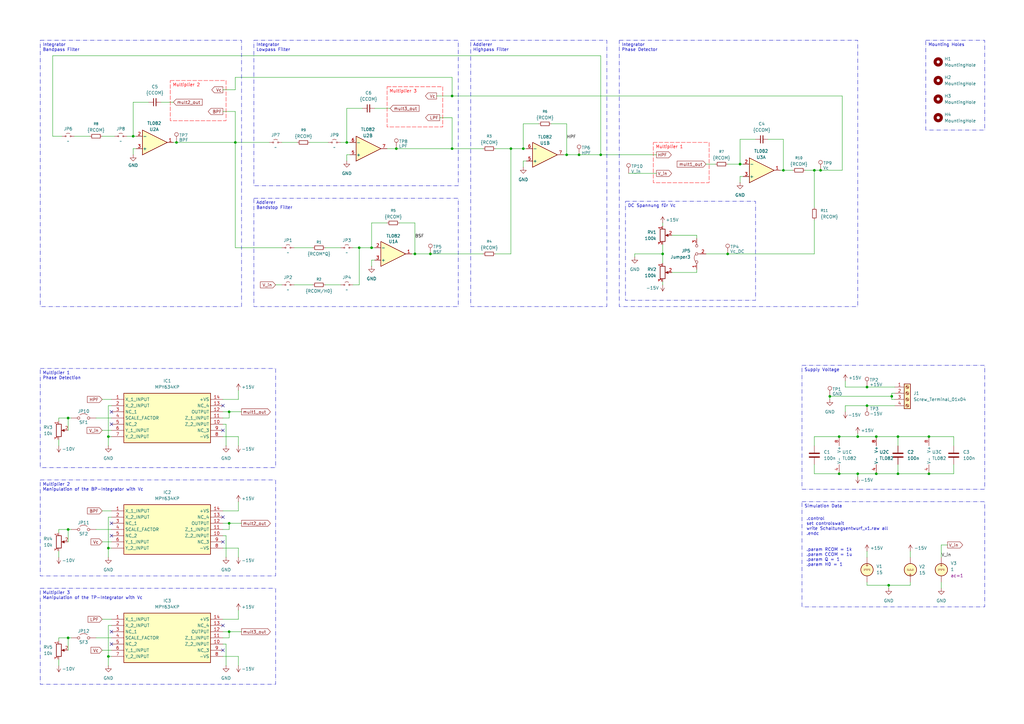
<source format=kicad_sch>
(kicad_sch (version 20250114) (generator "eeschema") (generator_version "9.0")
  (paper "A3")
  (text "*Mehr TP überall/ Jumper\n*Vier DigitalPots für die vier widerstände\n*Überlegungen für ADC und VCO\n*RP muss hinzugefügt werden\n*3.3V Spannuungsversorgung für RP" (at -99.314 185.674 0) (effects (font (size 3 3)) (justify left top)))
  (text ".control\nset controlswait\nwrite Schaltungsentwurf_v1.raw all\n.endc" (at 330.708 215.9 0) (effects (font (size 1.27 1.27)) (justify left)))
  (text ".param RCOM = 1k\n.param CCOM = 1u\n.param Q = 1\n.param H0 = 1\n\n\n\n" (at 330.708 224.79 0) (effects (font (size 1.27 1.27)) (justify left top)))
  (text_box "Supply Voltage" (exclude_from_sim yes) (at 328.93 149.86 0) (size 74.93 50.8) (margins 0.9525 0.9525 0.9525 0.9525) (stroke (width 0) (type dash_dot)) (effects (font (size 1.27 1.27)) (justify left top)))
  (text_box "Multiplier 2\n\n" (at 69.85 33.02 0) (size 22.86 16.51) (margins 0.9525 0.9525 0.9525 0.9525) (stroke (width 0) (type dash) (color 255 0 7 1)) (effects (font (size 1.27 1.27)) (justify left top)))
  (text_box "Multiplier 2\nManipulation of the BP-Integrator with Vc" (exclude_from_sim yes) (at 16.51 196.85 0) (size 96.52 39.37) (margins 0.9525 0.9525 0.9525 0.9525) (stroke (width 0) (type dash_dot)) (effects (font (size 1.27 1.27)) (justify left top)))
  (text_box "Multiplier 1\nPhase Detection" (exclude_from_sim yes) (at 16.51 151.13 0) (size 96.52 40.64) (margins 0.9525 0.9525 0.9525 0.9525) (stroke (width 0) (type dash_dot)) (effects (font (size 1.27 1.27)) (justify left top)))
  (text_box "Mounting Holes" (exclude_from_sim yes) (at 379.73 16.51 0) (size 24.13 36.83) (margins 0.9525 0.9525 0.9525 0.9525) (stroke (width 0) (type dash_dot)) (effects (font (size 1.27 1.27)) (justify left top)))
  (text_box "Multiplier 3\nManipulation of the TP-Integrator with Vc" (exclude_from_sim yes) (at 16.51 241.3 0) (size 96.52 39.37) (margins 0.9525 0.9525 0.9525 0.9525) (stroke (width 0) (type dash_dot)) (effects (font (size 1.27 1.27)) (justify left top)))
  (text_box "Addierer\nHighpass Filter" (exclude_from_sim yes) (at 193.04 16.51 0) (size 55.88 109.22) (margins 0.9525 0.9525 0.9525 0.9525) (stroke (width 0) (type dash_dot)) (effects (font (size 1.27 1.27)) (justify left top)))
  (text_box "Integrator\nBandpass Filter" (exclude_from_sim yes) (at 16.51 16.51 0) (size 82.55 109.22) (margins 0.9525 0.9525 0.9525 0.9525) (stroke (width 0) (type dash_dot)) (effects (font (size 1.27 1.27)) (justify left top)))
  (text_box "DC Spannung für Vc " (exclude_from_sim yes) (at 256.54 82.55 0) (size 53.34 40.64) (margins 0.9525 0.9525 0.9525 0.9525) (stroke (width 0) (type dash_dot)) (effects (font (size 1.27 1.27)) (justify left top)))
  (text_box "Multiplier 3\n\n" (at 158.75 35.56 0) (size 22.86 16.51) (margins 0.9525 0.9525 0.9525 0.9525) (stroke (width 0) (type dash) (color 255 0 7 1)) (effects (font (size 1.27 1.27)) (justify left top)))
  (text_box "Multiplier 1\n" (at 267.97 58.42 0) (size 22.86 16.51) (margins 0.9525 0.9525 0.9525 0.9525) (stroke (width 0) (type dash) (color 255 0 7 1)) (effects (font (size 1.27 1.27)) (justify left top)))
  (text_box "Simulation Data" (exclude_from_sim yes) (at 328.93 205.74 0) (size 74.93 43.18) (margins 0.9525 0.9525 0.9525 0.9525) (stroke (width 0) (type dash_dot)) (effects (font (size 1.27 1.27)) (justify left top)))
  (text_box "Addierer\nBandstop Filter" (exclude_from_sim yes) (at 104.14 81.28 0) (size 83.82 44.45) (margins 0.9525 0.9525 0.9525 0.9525) (stroke (width 0) (type dash_dot)) (effects (font (size 1.27 1.27)) (justify left top)))
  (text_box "Integrator\nLowpass Filter" (exclude_from_sim yes) (at 104.14 16.51 0) (size 83.82 59.69) (margins 0.9525 0.9525 0.9525 0.9525) (stroke (width 0) (type dash_dot)) (effects (font (size 1.27 1.27)) (justify left top)))
  (text_box "Integrator\nPhase Detector" (exclude_from_sim yes) (at 254 16.51 0) (size 97.79 109.22) (margins 0.9525 0.9525 0.9525 0.9525) (stroke (width 0) (type dash_dot)) (effects (font (size 1.27 1.27)) (justify left top)))
  (junction (at 162.56 60.96))
  (junction (at 214.63 60.96))
  (junction (at 351.79 194.31))
  (junction (at 355.6 166.37))
  (junction (at 364.49 240.03))
  (junction (at 27.94 217.17))
  (junction (at 237.49 63.5))
  (junction (at 185.42 60.96))
  (junction (at 142.24 58.42))
  (junction (at 359.41 194.31))
  (junction (at 209.55 60.96))
  (junction (at 344.17 179.07))
  (junction (at 72.39 58.42))
  (junction (at 321.31 69.85))
  (junction (at 54.61 55.88))
  (junction (at 93.98 214.63))
  (junction (at 44.45 269.24))
  (junction (at 334.01 69.85))
  (junction (at 152.4 101.6))
  (junction (at 44.45 179.07))
  (junction (at 355.6 158.75))
  (junction (at 232.41 63.5))
  (junction (at 359.41 179.07))
  (junction (at 381 194.31))
  (junction (at 27.94 261.62))
  (junction (at 246.38 63.5))
  (junction (at 271.78 104.14))
  (junction (at 93.98 168.91))
  (junction (at 351.79 179.07))
  (junction (at 96.52 58.42))
  (junction (at 27.94 171.45))
  (junction (at 340.36 162.56))
  (junction (at 336.55 69.85))
  (junction (at 381 179.07))
  (junction (at 185.42 39.37))
  (junction (at 368.3 179.07))
  (junction (at 365.76 162.56))
  (junction (at 368.3 194.31))
  (junction (at 147.32 101.6))
  (junction (at 298.45 104.14))
  (junction (at 303.53 67.31))
  (junction (at 344.17 194.31))
  (junction (at 170.18 104.14))
  (junction (at 93.98 259.08))
  (junction (at 44.45 224.79))
  (junction (at 176.53 104.14))
  (no_connect (at 45.72 259.08))
  (no_connect (at 91.44 256.54))
  (no_connect (at 91.44 266.7))
  (no_connect (at 45.72 173.99))
  (no_connect (at 45.72 264.16))
  (no_connect (at 91.44 222.25))
  (no_connect (at 45.72 219.71))
  (no_connect (at 91.44 176.53))
  (no_connect (at 45.72 168.91))
  (no_connect (at 91.44 166.37))
  (no_connect (at 91.44 212.09))
  (no_connect (at 45.72 214.63))
  (wire (pts (xy 91.44 219.71) (xy 92.71 219.71)))
  (wire (pts (xy 170.18 104.14) (xy 170.18 91.44)))
  (wire (pts (xy 214.63 60.96) (xy 215.9 60.96)))
  (wire (pts (xy 30.48 55.88) (xy 36.83 55.88)))
  (wire (pts (xy 334.01 179.07) (xy 334.01 182.88)))
  (wire (pts (xy 144.78 116.84) (xy 147.32 116.84)))
  (wire (pts (xy 41.91 254) (xy 45.72 254)))
  (wire (pts (xy 271.78 92.71) (xy 271.78 91.44)))
  (wire (pts (xy 144.78 101.6) (xy 147.32 101.6)))
  (wire (pts (xy 27.94 217.17) (xy 24.13 217.17)))
  (wire (pts (xy 345.44 69.85) (xy 336.55 69.85)))
  (wire (pts (xy 147.32 116.84) (xy 147.32 101.6)))
  (wire (pts (xy 127 58.42) (xy 134.62 58.42)))
  (wire (pts (xy 27.94 171.45) (xy 27.94 176.53)))
  (wire (pts (xy 330.2 69.85) (xy 334.01 69.85)))
  (wire (pts (xy 365.76 162.56) (xy 340.36 162.56)))
  (wire (pts (xy 364.49 241.3) (xy 364.49 240.03)))
  (wire (pts (xy 96.52 101.6) (xy 96.52 58.42)))
  (wire (pts (xy 24.13 218.44) (xy 24.13 217.17)))
  (wire (pts (xy 364.49 240.03) (xy 355.6 240.03)))
  (wire (pts (xy 367.03 161.29) (xy 365.76 161.29)))
  (wire (pts (xy 346.71 158.75) (xy 355.6 158.75)))
  (wire (pts (xy 24.13 262.89) (xy 24.13 261.62)))
  (wire (pts (xy 91.44 259.08) (xy 93.98 259.08)))
  (wire (pts (xy 152.4 106.68) (xy 152.4 109.22)))
  (wire (pts (xy 345.44 39.37) (xy 345.44 69.85)))
  (wire (pts (xy 321.31 57.15) (xy 321.31 69.85)))
  (wire (pts (xy 275.59 111.76) (xy 285.75 111.76)))
  (wire (pts (xy 142.24 44.45) (xy 148.59 44.45)))
  (wire (pts (xy 152.4 101.6) (xy 153.67 101.6)))
  (wire (pts (xy 71.12 58.42) (xy 72.39 58.42)))
  (wire (pts (xy 237.49 63.5) (xy 246.38 63.5)))
  (wire (pts (xy 97.79 163.83) (xy 91.44 163.83)))
  (wire (pts (xy 44.45 166.37) (xy 44.45 179.07)))
  (wire (pts (xy 185.42 60.96) (xy 198.12 60.96)))
  (wire (pts (xy 29.21 261.62) (xy 27.94 261.62)))
  (wire (pts (xy 260.35 104.14) (xy 260.35 105.41)))
  (wire (pts (xy 220.98 50.8) (xy 214.63 50.8)))
  (wire (pts (xy 39.37 261.62) (xy 45.72 261.62)))
  (wire (pts (xy 97.79 179.07) (xy 91.44 179.07)))
  (wire (pts (xy 391.16 182.88) (xy 391.16 179.07)))
  (wire (pts (xy 386.08 228.6) (xy 386.08 223.52)))
  (wire (pts (xy 120.65 101.6) (xy 128.27 101.6)))
  (wire (pts (xy 97.79 228.6) (xy 97.79 224.79)))
  (wire (pts (xy 226.06 50.8) (xy 232.41 50.8)))
  (wire (pts (xy 303.53 74.93) (xy 303.53 72.39)))
  (wire (pts (xy 246.38 63.5) (xy 246.38 22.86)))
  (wire (pts (xy 97.79 182.88) (xy 97.79 179.07)))
  (wire (pts (xy 351.79 179.07) (xy 344.17 179.07)))
  (wire (pts (xy 162.56 60.96) (xy 185.42 60.96)))
  (wire (pts (xy 303.53 72.39) (xy 304.8 72.39)))
  (wire (pts (xy 91.44 36.83) (xy 96.52 36.83)))
  (wire (pts (xy 152.4 91.44) (xy 158.75 91.44)))
  (wire (pts (xy 334.01 69.85) (xy 336.55 69.85)))
  (wire (pts (xy 54.61 41.91) (xy 54.61 55.88)))
  (wire (pts (xy 303.53 57.15) (xy 303.53 67.31)))
  (wire (pts (xy 54.61 60.96) (xy 55.88 60.96)))
  (wire (pts (xy 97.79 160.02) (xy 97.79 163.83)))
  (wire (pts (xy 345.44 39.37) (xy 185.42 39.37)))
  (wire (pts (xy 52.07 55.88) (xy 54.61 55.88)))
  (wire (pts (xy 21.59 55.88) (xy 25.4 55.88)))
  (wire (pts (xy 39.37 171.45) (xy 45.72 171.45)))
  (wire (pts (xy 346.71 168.91) (xy 346.71 166.37)))
  (wire (pts (xy 355.6 158.75) (xy 367.03 158.75)))
  (wire (pts (xy 232.41 63.5) (xy 237.49 63.5)))
  (wire (pts (xy 45.72 256.54) (xy 44.45 256.54)))
  (wire (pts (xy 334.01 69.85) (xy 334.01 85.09)))
  (wire (pts (xy 334.01 90.17) (xy 334.01 104.14)))
  (wire (pts (xy 386.08 238.76) (xy 386.08 241.3)))
  (wire (pts (xy 97.79 209.55) (xy 91.44 209.55)))
  (wire (pts (xy 27.94 217.17) (xy 27.94 222.25)))
  (wire (pts (xy 346.71 166.37) (xy 355.6 166.37)))
  (wire (pts (xy 139.7 58.42) (xy 142.24 58.42)))
  (wire (pts (xy 298.45 104.14) (xy 334.01 104.14)))
  (wire (pts (xy 351.79 195.58) (xy 351.79 194.31)))
  (wire (pts (xy 27.94 261.62) (xy 27.94 266.7)))
  (wire (pts (xy 96.52 31.75) (xy 185.42 31.75)))
  (wire (pts (xy 72.39 58.42) (xy 96.52 58.42)))
  (wire (pts (xy 355.6 226.06) (xy 355.6 228.6)))
  (wire (pts (xy 180.34 48.26) (xy 185.42 48.26)))
  (wire (pts (xy 170.18 104.14) (xy 176.53 104.14)))
  (wire (pts (xy 368.3 194.31) (xy 381 194.31)))
  (wire (pts (xy 44.45 224.79) (xy 45.72 224.79)))
  (wire (pts (xy 365.76 163.83) (xy 365.76 162.56)))
  (wire (pts (xy 96.52 36.83) (xy 96.52 31.75)))
  (wire (pts (xy 321.31 69.85) (xy 325.12 69.85)))
  (wire (pts (xy 271.78 115.57) (xy 271.78 116.84)))
  (wire (pts (xy 97.79 224.79) (xy 91.44 224.79)))
  (wire (pts (xy 185.42 31.75) (xy 185.42 39.37)))
  (wire (pts (xy 44.45 179.07) (xy 45.72 179.07)))
  (wire (pts (xy 92.71 173.99) (xy 92.71 182.88)))
  (wire (pts (xy 381 179.07) (xy 391.16 179.07)))
  (wire (pts (xy 351.79 179.07) (xy 359.41 179.07)))
  (wire (pts (xy 93.98 168.91) (xy 99.06 168.91)))
  (wire (pts (xy 41.91 266.7) (xy 45.72 266.7)))
  (wire (pts (xy 142.24 66.04) (xy 142.24 63.5)))
  (wire (pts (xy 142.24 63.5) (xy 143.51 63.5)))
  (wire (pts (xy 368.3 179.07) (xy 381 179.07)))
  (wire (pts (xy 355.6 166.37) (xy 367.03 166.37)))
  (wire (pts (xy 133.35 116.84) (xy 139.7 116.84)))
  (wire (pts (xy 163.83 91.44) (xy 170.18 91.44)))
  (wire (pts (xy 66.04 41.91) (xy 71.12 41.91)))
  (wire (pts (xy 41.91 176.53) (xy 45.72 176.53)))
  (wire (pts (xy 91.44 45.72) (xy 96.52 45.72)))
  (wire (pts (xy 142.24 58.42) (xy 143.51 58.42)))
  (wire (pts (xy 92.71 264.16) (xy 92.71 273.05)))
  (wire (pts (xy 365.76 163.83) (xy 367.03 163.83)))
  (wire (pts (xy 21.59 22.86) (xy 21.59 55.88)))
  (wire (pts (xy 44.45 256.54) (xy 44.45 269.24)))
  (wire (pts (xy 29.21 217.17) (xy 27.94 217.17)))
  (wire (pts (xy 386.08 223.52) (xy 388.62 223.52)))
  (wire (pts (xy 97.79 254) (xy 91.44 254)))
  (wire (pts (xy 214.63 66.04) (xy 215.9 66.04)))
  (wire (pts (xy 44.45 212.09) (xy 44.45 224.79)))
  (wire (pts (xy 320.04 69.85) (xy 321.31 69.85)))
  (wire (pts (xy 97.79 273.05) (xy 97.79 269.24)))
  (wire (pts (xy 214.63 50.8) (xy 214.63 60.96)))
  (wire (pts (xy 289.56 104.14) (xy 298.45 104.14)))
  (wire (pts (xy 351.79 194.31) (xy 359.41 194.31)))
  (wire (pts (xy 54.61 55.88) (xy 55.88 55.88)))
  (wire (pts (xy 246.38 63.5) (xy 269.24 63.5)))
  (wire (pts (xy 373.38 240.03) (xy 364.49 240.03)))
  (wire (pts (xy 158.75 60.96) (xy 162.56 60.96)))
  (wire (pts (xy 289.56 67.31) (xy 293.37 67.31)))
  (wire (pts (xy 142.24 44.45) (xy 142.24 58.42)))
  (wire (pts (xy 209.55 104.14) (xy 203.2 104.14)))
  (wire (pts (xy 93.98 171.45) (xy 93.98 168.91)))
  (wire (pts (xy 334.01 179.07) (xy 344.17 179.07)))
  (wire (pts (xy 340.36 162.56) (xy 340.36 163.83)))
  (wire (pts (xy 391.16 190.5) (xy 391.16 194.31)))
  (wire (pts (xy 41.91 209.55) (xy 45.72 209.55)))
  (wire (pts (xy 91.44 217.17) (xy 93.98 217.17)))
  (wire (pts (xy 285.75 96.52) (xy 285.75 97.79)))
  (wire (pts (xy 44.45 269.24) (xy 45.72 269.24)))
  (wire (pts (xy 303.53 57.15) (xy 309.88 57.15)))
  (wire (pts (xy 91.44 168.91) (xy 93.98 168.91)))
  (wire (pts (xy 91.44 173.99) (xy 92.71 173.99)))
  (wire (pts (xy 97.79 250.19) (xy 97.79 254)))
  (wire (pts (xy 96.52 58.42) (xy 110.49 58.42)))
  (wire (pts (xy 93.98 214.63) (xy 99.06 214.63)))
  (wire (pts (xy 41.91 163.83) (xy 45.72 163.83)))
  (wire (pts (xy 96.52 101.6) (xy 115.57 101.6)))
  (wire (pts (xy 303.53 67.31) (xy 304.8 67.31)))
  (wire (pts (xy 91.44 171.45) (xy 93.98 171.45)))
  (wire (pts (xy 314.96 57.15) (xy 321.31 57.15)))
  (wire (pts (xy 27.94 171.45) (xy 24.13 171.45)))
  (wire (pts (xy 209.55 60.96) (xy 214.63 60.96)))
  (wire (pts (xy 153.67 44.45) (xy 160.02 44.45)))
  (wire (pts (xy 45.72 212.09) (xy 44.45 212.09)))
  (wire (pts (xy 214.63 68.58) (xy 214.63 66.04)))
  (wire (pts (xy 44.45 179.07) (xy 44.45 182.88)))
  (wire (pts (xy 298.45 67.31) (xy 303.53 67.31)))
  (wire (pts (xy 39.37 217.17) (xy 45.72 217.17)))
  (wire (pts (xy 91.44 214.63) (xy 93.98 214.63)))
  (wire (pts (xy 176.53 104.14) (xy 198.12 104.14)))
  (wire (pts (xy 24.13 180.34) (xy 24.13 182.88)))
  (wire (pts (xy 271.78 104.14) (xy 271.78 100.33)))
  (wire (pts (xy 365.76 161.29) (xy 365.76 162.56)))
  (wire (pts (xy 355.6 240.03) (xy 355.6 238.76)))
  (wire (pts (xy 344.17 194.31) (xy 351.79 194.31)))
  (wire (pts (xy 120.65 116.84) (xy 128.27 116.84)))
  (wire (pts (xy 113.03 116.84) (xy 115.57 116.84)))
  (wire (pts (xy 93.98 261.62) (xy 93.98 259.08)))
  (wire (pts (xy 97.79 269.24) (xy 91.44 269.24)))
  (wire (pts (xy 91.44 261.62) (xy 93.98 261.62)))
  (wire (pts (xy 368.3 179.07) (xy 368.3 182.88)))
  (wire (pts (xy 96.52 45.72) (xy 96.52 58.42)))
  (wire (pts (xy 271.78 104.14) (xy 271.78 107.95)))
  (wire (pts (xy 92.71 219.71) (xy 92.71 228.6)))
  (wire (pts (xy 260.35 104.14) (xy 271.78 104.14)))
  (wire (pts (xy 29.21 171.45) (xy 27.94 171.45)))
  (wire (pts (xy 334.01 194.31) (xy 344.17 194.31)))
  (wire (pts (xy 373.38 226.06) (xy 373.38 228.6)))
  (wire (pts (xy 44.45 269.24) (xy 44.45 273.05)))
  (wire (pts (xy 170.18 104.14) (xy 168.91 104.14)))
  (wire (pts (xy 97.79 205.74) (xy 97.79 209.55)))
  (wire (pts (xy 203.2 60.96) (xy 209.55 60.96)))
  (wire (pts (xy 368.3 194.31) (xy 359.41 194.31)))
  (wire (pts (xy 115.57 58.42) (xy 121.92 58.42)))
  (wire (pts (xy 133.35 101.6) (xy 139.7 101.6)))
  (wire (pts (xy 232.41 63.5) (xy 231.14 63.5)))
  (wire (pts (xy 45.72 166.37) (xy 44.45 166.37)))
  (wire (pts (xy 93.98 259.08) (xy 99.06 259.08)))
  (wire (pts (xy 185.42 48.26) (xy 185.42 60.96)))
  (wire (pts (xy 41.91 222.25) (xy 45.72 222.25)))
  (wire (pts (xy 209.55 104.14) (xy 209.55 60.96)))
  (wire (pts (xy 246.38 22.86) (xy 21.59 22.86)))
  (wire (pts (xy 373.38 238.76) (xy 373.38 240.03)))
  (wire (pts (xy 54.61 63.5) (xy 54.61 60.96)))
  (wire (pts (xy 44.45 224.79) (xy 44.45 228.6)))
  (wire (pts (xy 24.13 270.51) (xy 24.13 273.05)))
  (wire (pts (xy 334.01 190.5) (xy 334.01 194.31)))
  (wire (pts (xy 275.59 96.52) (xy 285.75 96.52)))
  (wire (pts (xy 232.41 50.8) (xy 232.41 63.5)))
  (wire (pts (xy 346.71 156.21) (xy 346.71 158.75)))
  (wire (pts (xy 27.94 261.62) (xy 24.13 261.62)))
  (wire (pts (xy 54.61 41.91) (xy 60.96 41.91)))
  (wire (pts (xy 24.13 172.72) (xy 24.13 171.45)))
  (wire (pts (xy 91.44 264.16) (xy 92.71 264.16)))
  (wire (pts (xy 152.4 91.44) (xy 152.4 101.6)))
  (wire (pts (xy 24.13 226.06) (xy 24.13 228.6)))
  (wire (pts (xy 351.79 177.8) (xy 351.79 179.07)))
  (wire (pts (xy 368.3 190.5) (xy 368.3 194.31)))
  (wire (pts (xy 93.98 217.17) (xy 93.98 214.63)))
  (wire (pts (xy 381 194.31) (xy 391.16 194.31)))
  (wire (pts (xy 153.67 106.68) (xy 152.4 106.68)))
  (wire (pts (xy 41.91 55.88) (xy 46.99 55.88)))
  (wire (pts (xy 147.32 101.6) (xy 152.4 101.6)))
  (wire (pts (xy 257.81 71.12) (xy 269.24 71.12)))
  (wire (pts (xy 285.75 111.76) (xy 285.75 110.49)))
  (wire (pts (xy 185.42 39.37) (xy 179.07 39.37)))
  (wire (pts (xy 359.41 179.07) (xy 368.3 179.07)))
  (label "V_in" (at 386.08 228.6 0))
  (label "HPF" (at 232.41 57.15 0))
  (label "BSF" (at 170.18 97.79 0))
  (global_label "Vc" (shape input) (at 41.91 222.25 180) (property "Intersheetrefs" "${INTERSHEET_REFS}" (effects (hide yes))))
  (global_label "HPF" (shape input) (at 41.91 163.83 180) (property "Intersheetrefs" "${INTERSHEET_REFS}" (effects (hide yes))))
  (global_label "V_in" (shape output) (at 388.62 223.52 0) (property "Intersheetrefs" "${INTERSHEET_REFS}" (effects (hide yes))))
  (global_label "LPF" (shape output) (at 180.34 48.26 180) (property "Intersheetrefs" "${INTERSHEET_REFS}" (effects (hide yes))))
  (global_label "mult2_out" (shape input) (at 71.12 41.91 0) (property "Intersheetrefs" "${INTERSHEET_REFS}" (effects (hide yes))))
  (global_label "mult2_out" (shape output) (at 99.06 214.63 0) (property "Intersheetrefs" "${INTERSHEET_REFS}" (effects (hide yes))))
  (global_label "V_in" (shape input) (at 41.91 176.53 180) (property "Intersheetrefs" "${INTERSHEET_REFS}" (effects (hide yes))))
  (global_label "HPF" (shape output) (at 269.24 63.5 0) (property "Intersheetrefs" "${INTERSHEET_REFS}" (effects (hide yes))))
  (global_label "mult3_out" (shape output) (at 99.06 259.08 0) (property "Intersheetrefs" "${INTERSHEET_REFS}" (effects (hide yes))))
  (global_label "LPF" (shape input) (at 41.91 254 180) (property "Intersheetrefs" "${INTERSHEET_REFS}" (effects (hide yes))))
  (global_label "Vc" (shape output) (at 91.44 36.83 180) (property "Intersheetrefs" "${INTERSHEET_REFS}" (effects (hide yes))))
  (global_label "mult1_out" (shape input) (at 289.56 67.31 180) (property "Intersheetrefs" "${INTERSHEET_REFS}" (effects (hide yes))))
  (global_label "BPF" (shape input) (at 41.91 209.55 180) (property "Intersheetrefs" "${INTERSHEET_REFS}" (effects (hide yes))))
  (global_label "V_in" (shape output) (at 269.24 71.12 0) (property "Intersheetrefs" "${INTERSHEET_REFS}" (effects (hide yes))))
  (global_label "V_in" (shape input) (at 113.03 116.84 180) (property "Intersheetrefs" "${INTERSHEET_REFS}" (effects (hide yes))))
  (global_label "mult1_out" (shape output) (at 99.06 168.91 0) (property "Intersheetrefs" "${INTERSHEET_REFS}" (effects (hide yes))))
  (global_label "BPF" (shape output) (at 91.44 45.72 180) (property "Intersheetrefs" "${INTERSHEET_REFS}" (effects (hide yes))))
  (global_label "Vc" (shape output) (at 179.07 39.37 180) (property "Intersheetrefs" "${INTERSHEET_REFS}" (effects (hide yes))))
  (global_label "mult3_out" (shape input) (at 160.02 44.45 0) (property "Intersheetrefs" "${INTERSHEET_REFS}" (effects (hide yes))))
  (global_label "Vc" (shape input) (at 41.91 266.7 180) (property "Intersheetrefs" "${INTERSHEET_REFS}" (effects (hide yes))))
  (symbol (lib_id "power:GND") (at 364.49 241.3 0) (unit 1)
    (property "Reference" "#PWR06" (effects (hide yes)))
    (property "Value" "GND" (at 364.49 246.38 0))
    (property "Description" "Power symbol creates a global label with name \"GND\" , ground" (effects (hide yes)))
  )
  (symbol (lib_id "BA_Footprints:MPY634KP") (at 45.72 254 0) (unit 1)
    (property "Reference" "IC3" (at 68.58 246.38 0))
    (property "Value" "MPY634KP" (at 68.58 248.92 0))
    (property "Datasheet" "http://www.ti.com/lit/gpn/mpy634" (effects (hide yes)))
    (property "Description" "Wide Bandwidth Precision Analog Multiplier" (effects (hide yes)))
    (property "Height" "5.08" (effects (hide yes)))
    (property "Mouser Part Number" "595-MPY634KP" (effects (hide yes)))
    (property "Mouser Price/Stock" "https://www.mouser.co.uk/ProductDetail/Texas-Instruments/MPY634KP?qs=paYhMW8qfitgLgQ%252B%2FVQr7Q%3D%3D" (effects (hide yes)))
    (property "Manufacturer_Name" "Texas Instruments" (effects (hide yes)))
    (property "Manufacturer_Part_Number" "MPY634KP" (effects (hide yes)))
    (property "Sim.Library" "mpy634_tina.lib" (effects (hide yes)))
    (property "Sim.Name" "MPY634_behavioral" (effects (hide yes)))
    (property "Sim.Device" "SUBCKT" (effects (hide yes)))
    (property "Sim.Pins" "1=X1 2=X2 4=SF 6=Y1 7=Y2 8=-Vs 10=Z2 11=Z1 12=Out 14=+Vs" (effects (hide yes)))
  )
  (symbol (lib_id "Jumper:Jumper_2_Small_Open") (at 137.16 58.42 0) (unit 1)
    (property "Reference" "JP9" (at 137.16 55.372 0))
    (property "Value" "~" (at 137.16 60.452 0))
    (property "Description" "Jumper, 2-pole, small symbol, open" (effects (hide yes)))
  )
  (symbol (lib_id "000_My_Symbols:Testpoint") (at 257.81 71.12 0) (unit 1) (exclude_from_sim yes)
    (property "Reference" "TP10" (at 258.826 68.1989 0) (effects (justify left)))
    (property "Value" "V_in" (at 258.826 70.358 0) (effects (justify left)))
    (property "Footprint" "TestPoint:TestPoint_Loop_D1.80mm_Drill1.0mm_Beaded" (effects (hide yes)))
    (property "Description" "test point" (effects (hide yes)))
    (property "Mouser Part Number" "534-5015" (effects (hide yes)))
    (property "Manufacturer_Name" "Keystone Electronics" (effects (hide yes)))
    (property "Manufacturer Part Number" "5015" (effects (hide yes)))
  )
  (symbol (lib_id "power:GND") (at 152.4 109.22 0) (unit 1)
    (property "Reference" "#PWR013" (effects (hide yes)))
    (property "Value" "GND" (at 152.4 114.3 0))
    (property "Description" "Power symbol creates a global label with name \"GND\" , ground" (effects (hide yes)))
  )
  (symbol (lib_id "Device:R_Small") (at 200.66 60.96 90) (unit 1)
    (property "Reference" "R3" (at 200.66 55.88 90) (effects (font (size 1.016 1.016))))
    (property "Value" "{RCOM}" (at 200.66 58.42 90))
    (property "Footprint" "000_Footprints:Resistor" (effects (hide yes)))
    (property "Description" "Resistor, small symbol" (effects (hide yes)))
  )
  (symbol (lib_id "Jumper:Jumper_3_Bridged12") (at 285.75 104.14 90) (unit 1) (in_bom no)
    (property "Reference" "JP5" (at 283.21 102.8699 90) (effects (justify left)))
    (property "Value" "Jumper3" (at 283.21 105.4099 90) (effects (justify left)))
    (property "Description" "Jumper, 3-pole, pins 1+2 closed/bridged" (effects (hide yes)))
  )
  (symbol (lib_id "Jumper:Jumper_2_Small_Open") (at 27.94 55.88 0) (unit 1)
    (property "Reference" "JP6" (at 27.94 52.832 0))
    (property "Value" "~" (at 27.94 57.912 0))
    (property "Description" "Jumper, 2-pole, small symbol, open" (effects (hide yes)))
  )
  (symbol (lib_id "power:GND") (at 142.24 66.04 0) (unit 1)
    (property "Reference" "#PWR015" (effects (hide yes)))
    (property "Value" "GND" (at 142.24 71.12 0))
    (property "Description" "Power symbol creates a global label with name \"GND\" , ground" (effects (hide yes)))
  )
  (symbol (lib_id "power:GND") (at 340.36 163.83 0) (unit 1)
    (property "Reference" "#PWR01" (effects (hide yes)))
    (property "Value" "GND" (at 340.36 168.91 0))
    (property "Description" "Power symbol creates a global label with name \"GND\" , ground" (effects (hide yes)))
  )
  (symbol (lib_id "Jumper:Jumper_2_Small_Open") (at 113.03 58.42 0) (unit 1)
    (property "Reference" "JP7" (at 113.03 55.372 0))
    (property "Value" "~" (at 113.03 60.452 0))
    (property "Description" "Jumper, 2-pole, small symbol, open" (effects (hide yes)))
  )
  (symbol (lib_id "power:GND") (at 44.45 273.05 0) (unit 1)
    (property "Reference" "#PWR022" (effects (hide yes)))
    (property "Value" "GND" (at 44.45 278.13 0))
    (property "Description" "Power symbol creates a global label with name \"GND\" , ground" (effects (hide yes)))
  )
  (symbol (lib_id "power:+15V") (at 24.13 228.6 180) (unit 1)
    (property "Reference" "#PWR018" (effects (hide yes)))
    (property "Value" "-10V" (at 25.4 229.87 0) (effects (justify right)))
    (property "Description" "Power symbol creates a global label with name \"+15V\"" (effects (hide yes)))
  )
  (symbol (lib_id "Mechanical:MountingHole") (at 384.81 48.26 0) (unit 1) (exclude_from_sim yes) (in_bom no)
    (property "Reference" "H4" (at 387.35 46.9899 0) (effects (justify left)))
    (property "Value" "MountingHole" (at 387.35 49.5299 0) (effects (justify left)))
    (property "Footprint" "MountingHole:MountingHole_2.2mm_M2_DIN965" (effects (hide yes)))
    (property "Description" "Mounting Hole without connection" (effects (hide yes)))
  )
  (symbol (lib_id "power:+15V") (at 351.79 195.58 180) (unit 1)
    (property "Reference" "-15V01" (effects (hide yes)))
    (property "Value" "-15V" (at 358.14 196.85 0) (effects (justify left)))
    (property "Description" "Power symbol creates a global label with name \"+15V\"" (effects (hide yes)))
  )
  (symbol (lib_id "Mechanical:MountingHole") (at 384.81 25.4 0) (unit 1) (exclude_from_sim yes) (in_bom no)
    (property "Reference" "H1" (at 387.35 24.1299 0) (effects (justify left)))
    (property "Value" "MountingHole" (at 387.35 26.6699 0) (effects (justify left)))
    (property "Footprint" "MountingHole:MountingHole_2.2mm_M2_DIN965" (effects (hide yes)))
    (property "Description" "Mounting Hole without connection" (effects (hide yes)))
  )
  (symbol (lib_id "Connector:Screw_Terminal_01x04") (at 372.11 161.29 0) (unit 1) (exclude_from_sim yes)
    (property "Reference" "J1" (at 374.65 161.2899 0) (effects (justify left)))
    (property "Value" "Screw_Terminal_01x04" (at 374.65 163.8299 0) (effects (justify left)))
    (property "Footprint" "TerminalBlock:TerminalBlock_Altech_AK300-4_P5.00mm" (effects (hide yes)))
    (property "Description" "Generic screw terminal, single row, 01x04, script generated (kicad-library-utils/schlib/autogen/connector/)" (effects (hide yes)))
  )
  (symbol (lib_id "Device:C_Small") (at 151.13 44.45 90) (unit 1)
    (property "Reference" "C6" (at 151.1363 38.1 90))
    (property "Value" "{CCOM}" (at 151.1363 40.64 90))
    (property "Description" "Unpolarized capacitor, small symbol" (effects (hide yes)))
  )
  (symbol (lib_id "Amplifier_Operational:TL082") (at 161.29 104.14 0) (mirror x) (unit 1)
    (property "Reference" "U1" (at 161.29 99.06 0))
    (property "Value" "TL082" (at 161.29 96.774 0))
    (property "Footprint" "Package_DIP:CERDIP-8_W7.62mm_SideBrazed_LongPads_Socket" (effects (hide yes)))
    (property "Datasheet" "http://www.ti.com/lit/ds/symlink/tl081.pdf" (effects (hide yes)))
    (property "Description" "Dual JFET-Input Operational Amplifiers, DIP-8/SOIC-8/SSOP-8" (effects (hide yes)))
    (property "Sim.Library" "TL082-dual.lib" (effects (hide yes)))
    (property "Sim.Name" "TL082-dual" (effects (hide yes)))
    (property "Sim.Device" "SUBCKT" (effects (hide yes)))
    (property "Sim.Pins" "1=1out 2=1in- 3=1in+ 4=vcc- 5=2in+ 6=2in- 7=2out 8=vcc+" (effects (hide yes)))
  )
  (symbol (lib_id "Amplifier_Operational:TL082") (at 223.52 63.5 0) (mirror x) (unit 2)
    (property "Reference" "U1" (at 223.52 58.674 0))
    (property "Value" "TL082" (at 223.52 56.134 0))
    (property "Footprint" "Package_DIP:CERDIP-8_W7.62mm_SideBrazed_LongPads_Socket" (effects (hide yes)))
    (property "Datasheet" "http://www.ti.com/lit/ds/symlink/tl081.pdf" (effects (hide yes)))
    (property "Description" "Dual JFET-Input Operational Amplifiers, DIP-8/SOIC-8/SSOP-8" (effects (hide yes)))
    (property "Sim.Library" "TL082-dual.lib" (effects (hide yes)))
    (property "Sim.Name" "TL082-dual" (effects (hide yes)))
    (property "Sim.Device" "SUBCKT" (effects (hide yes)))
    (property "Sim.Pins" "1=1out 2=1in- 3=1in+ 4=vcc- 5=2in+ 6=2in- 7=2out 8=vcc+" (effects (hide yes)))
  )
  (symbol (lib_id "000_My_Symbols:Testpoint") (at 355.6 166.37 180) (unit 1) (exclude_from_sim yes)
    (property "Reference" "TP3" (at 360.426 167.64 0) (effects (justify left)))
    (property "Value" "-15V" (at 361.95 169.672 0) (effects (justify left)))
    (property "Footprint" "TestPoint:TestPoint_Loop_D1.80mm_Drill1.0mm_Beaded" (effects (hide yes)))
    (property "Description" "test point" (effects (hide yes)))
    (property "Mouser Part Number" "534-5015" (effects (hide yes)))
    (property "Manufacturer_Name" "Keystone Electronics" (effects (hide yes)))
    (property "Manufacturer Part Number" "5015" (effects (hide yes)))
  )
  (symbol (lib_id "Simulation_SPICE:VDC") (at 355.6 233.68 0) (unit 1)
    (property "Reference" "V1" (at 359.41 232.2801 0) (effects (justify left)))
    (property "Value" "15" (at 359.41 234.8201 0) (effects (justify left)))
    (property "Datasheet" "https://ngspice.sourceforge.io/docs/ngspice-html-manual/manual.xhtml#sec_Independent_Sources_for" (effects (hide yes)))
    (property "Description" "Voltage source, DC" (effects (hide yes)))
    (property "Sim.Pins" "1=+ 2=-" (effects (hide yes)))
    (property "Sim.Type" "DC" (effects (hide yes)))
    (property "Sim.Device" "V" (effects (hide yes)))
  )
  (symbol (lib_id "Device:R_Small") (at 295.91 67.31 90) (unit 1)
    (property "Reference" "R7" (at 295.91 62.23 90) (effects (font (size 1.016 1.016))))
    (property "Value" "{RCOM}" (at 295.91 64.77 90))
    (property "Footprint" "000_Footprints:Resistor" (effects (hide yes)))
    (property "Description" "Resistor, small symbol" (effects (hide yes)))
  )
  (symbol (lib_id "Device:R_Small") (at 130.81 101.6 90) (unit 1)
    (property "Reference" "R1" (at 130.81 99.314 90) (effects (font (size 1.016 1.016))))
    (property "Value" "{RCOM*Q}" (at 130.81 104.14 90))
    (property "Footprint" "000_Footprints:Resistor" (effects (hide yes)))
    (property "Description" "Resistor, small symbol" (effects (hide yes)))
  )
  (symbol (lib_id "Device:R_Small") (at 327.66 69.85 90) (unit 1)
    (property "Reference" "R10" (at 327.66 64.77 90) (effects (font (size 1.016 1.016))))
    (property "Value" "{RCOM}" (at 327.66 67.31 90))
    (property "Footprint" "000_Footprints:Resistor" (effects (hide yes)))
    (property "Description" "Resistor, small symbol" (effects (hide yes)))
  )
  (symbol (lib_id "power:GND") (at 260.35 105.41 0) (unit 1)
    (property "Reference" "#PWR09" (effects (hide yes)))
    (property "Value" "GND" (at 260.35 110.49 0))
    (property "Description" "Power symbol creates a global label with name \"GND\" , ground" (effects (hide yes)))
  )
  (symbol (lib_id "power:GND") (at 92.71 182.88 0) (unit 1)
    (property "Reference" "#PWR023" (effects (hide yes)))
    (property "Value" "GND" (at 92.71 187.96 0))
    (property "Description" "Power symbol creates a global label with name \"GND\" , ground" (effects (hide yes)))
  )
  (symbol (lib_id "Device:C") (at 368.3 186.69 0) (unit 1)
    (property "Reference" "C2" (at 372.11 185.4199 0) (effects (justify left)))
    (property "Value" "100n" (at 372.11 187.9599 0) (effects (justify left)))
    (property "Footprint" "Capacitor_THT:C_Disc_D3.0mm_W2.0mm_P2.50mm" (effects (hide yes)))
    (property "Description" "Unpolarized capacitor" (effects (hide yes)))
  )
  (symbol (lib_id "000_My_Symbols:Testpoint") (at 298.45 104.14 0) (unit 1) (exclude_from_sim yes)
    (property "Reference" "TP4" (at 299.466 101.2189 0) (effects (justify left)))
    (property "Value" "Vc_DC" (at 299.466 103.124 0) (effects (justify left)))
    (property "Footprint" "TestPoint:TestPoint_Loop_D1.80mm_Drill1.0mm_Beaded" (effects (hide yes)))
    (property "Description" "test point" (effects (hide yes)))
    (property "Mouser Part Number" "534-5015" (effects (hide yes)))
    (property "Manufacturer_Name" "Keystone Electronics" (effects (hide yes)))
    (property "Manufacturer Part Number" "5015" (effects (hide yes)))
  )
  (symbol (lib_id "Device:R_Small") (at 130.81 116.84 90) (unit 1)
    (property "Reference" "R2" (at 130.81 114.554 90) (effects (font (size 1.016 1.016))))
    (property "Value" "{RCOM/H0}" (at 130.81 119.38 90))
    (property "Footprint" "000_Footprints:Resistor" (effects (hide yes)))
    (property "Description" "Resistor, small symbol" (effects (hide yes)))
  )
  (symbol (lib_id "Jumper:Jumper_2_Open") (at 34.29 171.45 0) (unit 1)
    (property "Reference" "JP10" (at 34.29 168.656 0))
    (property "Value" "SF1" (at 34.29 173.228 0))
    (property "Description" "Jumper, 2-pole, open" (effects (hide yes)))
  )
  (symbol (lib_id "power:GND") (at 92.71 273.05 0) (unit 1)
    (property "Reference" "#PWR025" (effects (hide yes)))
    (property "Value" "GND" (at 92.71 278.13 0))
    (property "Description" "Power symbol creates a global label with name \"GND\" , ground" (effects (hide yes)))
  )
  (symbol (lib_id "power:+15V") (at 97.79 228.6 180) (unit 1)
    (property "Reference" "#PWR029" (effects (hide yes)))
    (property "Value" "-15V" (at 99.06 229.87 0) (effects (justify right)))
    (property "Description" "Power symbol creates a global label with name \"+15V\"" (effects (hide yes)))
  )
  (symbol (lib_id "Device:C_Small") (at 312.42 57.15 90) (unit 1)
    (property "Reference" "C4" (at 312.4263 50.8 90))
    (property "Value" "{CCOM}" (at 312.4263 53.34 90))
    (property "Description" "Unpolarized capacitor, small symbol" (effects (hide yes)))
  )
  (symbol (lib_id "BA_Footprints:MPY634KP") (at 45.72 163.83 0) (unit 1)
    (property "Reference" "IC1" (at 68.58 156.21 0))
    (property "Value" "MPY634KP" (at 68.58 158.75 0))
    (property "Datasheet" "http://www.ti.com/lit/gpn/mpy634" (effects (hide yes)))
    (property "Description" "Wide Bandwidth Precision Analog Multiplier" (effects (hide yes)))
    (property "Height" "5.08" (effects (hide yes)))
    (property "Mouser Part Number" "595-MPY634KP" (effects (hide yes)))
    (property "Mouser Price/Stock" "https://www.mouser.co.uk/ProductDetail/Texas-Instruments/MPY634KP?qs=paYhMW8qfitgLgQ%252B%2FVQr7Q%3D%3D" (effects (hide yes)))
    (property "Manufacturer_Name" "Texas Instruments" (effects (hide yes)))
    (property "Manufacturer_Part_Number" "MPY634KP" (effects (hide yes)))
    (property "Sim.Library" "mpy634_tina.lib" (effects (hide yes)))
    (property "Sim.Name" "MPY634_behavioral" (effects (hide yes)))
    (property "Sim.Device" "SUBCKT" (effects (hide yes)))
    (property "Sim.Pins" "1=X1 2=X2 4=SF 6=Y1 7=Y2 8=-Vs 10=Z2 11=Z1 12=Out 14=+Vs" (effects (hide yes)))
  )
  (symbol (lib_id "Simulation_SPICE:VDC") (at 386.08 233.68 0) (unit 1)
    (property "Reference" "V3" (at 389.89 231.0101 0) (effects (justify left)))
    (property "Value" "1" (at 389.89 233.5501 0) (effects (justify left)))
    (property "Datasheet" "https://ngspice.sourceforge.io/docs/ngspice-html-manual/manual.xhtml#sec_Independent_Sources_for" (effects (hide yes)))
    (property "Description" "Voltage source, DC" (effects (hide yes)))
    (property "Sim.Pins" "1=+ 2=-" (effects (hide yes)))
    (property "Sim.Type" "DC" (effects (hide yes)))
    (property "Sim.Device" "V" (effects (hide yes)))
    (property "Sim.Params" "ac=1" (at 389.89 236.0901 0) (effects (justify left)))
  )
  (symbol (lib_id "Simulation_SPICE:VDC") (at 373.38 233.68 180) (unit 1)
    (property "Reference" "V2" (at 376.936 232.41 0) (effects (justify right)))
    (property "Value" "15" (at 376.936 234.95 0) (effects (justify right)))
    (property "Datasheet" "https://ngspice.sourceforge.io/docs/ngspice-html-manual/manual.xhtml#sec_Independent_Sources_for" (effects (hide yes)))
    (property "Description" "Voltage source, DC" (effects (hide yes)))
    (property "Sim.Pins" "1=+ 2=-" (effects (hide yes)))
    (property "Sim.Type" "DC" (effects (hide yes)))
    (property "Sim.Device" "V" (effects (hide yes)))
  )
  (symbol (lib_id "000_My_Symbols:Testpoint") (at 336.55 69.85 0) (unit 1) (exclude_from_sim yes)
    (property "Reference" "TP9" (at 337.566 66.9289 0) (effects (justify left)))
    (property "Value" "Vc" (at 337.566 68.834 0) (effects (justify left)))
    (property "Footprint" "TestPoint:TestPoint_Loop_D1.80mm_Drill1.0mm_Beaded" (effects (hide yes)))
    (property "Description" "test point" (effects (hide yes)))
    (property "Mouser Part Number" "534-5015" (effects (hide yes)))
    (property "Manufacturer_Name" "Keystone Electronics" (effects (hide yes)))
    (property "Manufacturer Part Number" "5015" (effects (hide yes)))
  )
  (symbol (lib_id "power:+15V") (at 373.38 226.06 0) (unit 1)
    (property "Reference" "#PWR07" (effects (hide yes)))
    (property "Value" "-15V" (at 374.904 224.79 0) (effects (justify left)))
    (property "Description" "Power symbol creates a global label with name \"+15V\"" (effects (hide yes)))
  )
  (symbol (lib_id "Device:R_Small") (at 124.46 58.42 90) (unit 1)
    (property "Reference" "R9" (at 124.46 53.34 90) (effects (font (size 1.016 1.016))))
    (property "Value" "{RCOM}" (at 124.46 55.88 90))
    (property "Footprint" "000_Footprints:Resistor" (effects (hide yes)))
    (property "Description" "Resistor, small symbol" (effects (hide yes)))
  )
  (symbol (lib_id "Device:C_Small") (at 63.5 41.91 90) (unit 1)
    (property "Reference" "C5" (at 63.5063 35.56 90))
    (property "Value" "{CCOM}" (at 63.5063 38.1 90))
    (property "Description" "Unpolarized capacitor, small symbol" (effects (hide yes)))
  )
  (symbol (lib_id "Amplifier_Operational:TL082") (at 63.5 58.42 0) (mirror x) (unit 1)
    (property "Reference" "U2" (at 63.246 53.086 0))
    (property "Value" "TL082" (at 63.246 50.546 0))
    (property "Footprint" "Package_DIP:CERDIP-8_W7.62mm_SideBrazed_LongPads_Socket" (effects (hide yes)))
    (property "Datasheet" "http://www.ti.com/lit/ds/symlink/tl081.pdf" (effects (hide yes)))
    (property "Description" "Dual JFET-Input Operational Amplifiers, DIP-8/SOIC-8/SSOP-8" (effects (hide yes)))
    (property "Sim.Library" "TL082-dual.lib" (effects (hide yes)))
    (property "Sim.Name" "TL082-dual" (effects (hide yes)))
    (property "Sim.Device" "SUBCKT" (effects (hide yes)))
    (property "Sim.Pins" "1=1out 2=1in- 3=1in+ 4=vcc- 5=2in+ 6=2in- 7=2out 8=vcc+" (effects (hide yes)))
  )
  (symbol (lib_id "power:+15V") (at 355.6 226.06 0) (unit 1)
    (property "Reference" "#PWR05" (effects (hide yes)))
    (property "Value" "+15V" (at 356.87 224.79 0) (effects (justify left)))
    (property "Description" "Power symbol creates a global label with name \"+15V\"" (effects (hide yes)))
  )
  (symbol (lib_id "power:+15V") (at 24.13 273.05 180) (unit 1)
    (property "Reference" "#PWR019" (effects (hide yes)))
    (property "Value" "-10V" (at 25.4 274.32 0) (effects (justify right)))
    (property "Description" "Power symbol creates a global label with name \"+15V\"" (effects (hide yes)))
  )
  (symbol (lib_id "Device:R_Potentiometer") (at 271.78 111.76 0) (unit 1)
    (property "Reference" "RV2" (at 269.24 110.4899 0) (effects (justify right)))
    (property "Value" "100k" (at 269.24 113.0299 0) (effects (justify right)))
    (property "Description" "Potentiometer" (effects (hide yes)))
  )
  (symbol (lib_id "Device:R_Potentiometer") (at 24.13 266.7 0) (unit 1)
    (property "Reference" "RV5" (at 21.59 265.4299 0) (effects (justify right)))
    (property "Value" "10k" (at 21.59 267.9699 0) (effects (justify right)))
    (property "Description" "Potentiometer" (effects (hide yes)))
  )
  (symbol (lib_id "BA_Footprints:MPY634KP") (at 45.72 209.55 0) (unit 1)
    (property "Reference" "IC2" (at 68.58 201.93 0))
    (property "Value" "MPY634KP" (at 68.58 204.47 0))
    (property "Datasheet" "http://www.ti.com/lit/gpn/mpy634" (effects (hide yes)))
    (property "Description" "Wide Bandwidth Precision Analog Multiplier" (effects (hide yes)))
    (property "Height" "5.08" (effects (hide yes)))
    (property "Mouser Part Number" "595-MPY634KP" (effects (hide yes)))
    (property "Mouser Price/Stock" "https://www.mouser.co.uk/ProductDetail/Texas-Instruments/MPY634KP?qs=paYhMW8qfitgLgQ%252B%2FVQr7Q%3D%3D" (effects (hide yes)))
    (property "Manufacturer_Name" "Texas Instruments" (effects (hide yes)))
    (property "Manufacturer_Part_Number" "MPY634KP" (effects (hide yes)))
    (property "Sim.Library" "mpy634_tina.lib" (effects (hide yes)))
    (property "Sim.Name" "MPY634_behavioral" (effects (hide yes)))
    (property "Sim.Device" "SUBCKT" (effects (hide yes)))
    (property "Sim.Pins" "1=X1 2=X2 4=SF 6=Y1 7=Y2 8=-Vs 10=Z2 11=Z1 12=Out 14=+Vs" (effects (hide yes)))
  )
  (symbol (lib_id "000_My_Symbols:Testpoint") (at 237.49 63.5 0) (unit 1) (exclude_from_sim yes)
    (property "Reference" "TP6" (at 238.506 60.5789 0) (effects (justify left)))
    (property "Value" "HPF" (at 238.506 62.738 0) (effects (justify left)))
    (property "Footprint" "TestPoint:TestPoint_Loop_D1.80mm_Drill1.0mm_Beaded" (effects (hide yes)))
    (property "Description" "test point" (effects (hide yes)))
    (property "Mouser Part Number" "534-5015" (effects (hide yes)))
    (property "Manufacturer_Name" "Keystone Electronics" (effects (hide yes)))
    (property "Manufacturer Part Number" "5015" (effects (hide yes)))
  )
  (symbol (lib_id "power:+15V") (at 24.13 182.88 180) (unit 1)
    (property "Reference" "#PWR017" (effects (hide yes)))
    (property "Value" "-10V" (at 25.4 184.15 0) (effects (justify right)))
    (property "Description" "Power symbol creates a global label with name \"+15V\"" (effects (hide yes)))
  )
  (symbol (lib_id "000_My_Symbols:Testpoint") (at 72.39 58.42 0) (unit 1) (exclude_from_sim yes)
    (property "Reference" "TP7" (at 73.406 55.4989 0) (effects (justify left)))
    (property "Value" "BPF" (at 73.406 57.404 0) (effects (justify left)))
    (property "Footprint" "TestPoint:TestPoint_Loop_D1.80mm_Drill1.0mm_Beaded" (effects (hide yes)))
    (property "Description" "test point" (effects (hide yes)))
    (property "Mouser Part Number" "534-5015" (effects (hide yes)))
    (property "Manufacturer_Name" "Keystone Electronics" (effects (hide yes)))
    (property "Manufacturer Part Number" "5015" (effects (hide yes)))
  )
  (symbol (lib_id "000_My_Symbols:Testpoint") (at 162.56 60.96 0) (unit 1) (exclude_from_sim yes)
    (property "Reference" "TP8" (at 163.576 58.0389 0) (effects (justify left)))
    (property "Value" "LPF" (at 163.576 59.944 0) (effects (justify left)))
    (property "Footprint" "TestPoint:TestPoint_Loop_D1.80mm_Drill1.0mm_Beaded" (effects (hide yes)))
    (property "Description" "test point" (effects (hide yes)))
    (property "Mouser Part Number" "534-5015" (effects (hide yes)))
    (property "Manufacturer_Name" "Keystone Electronics" (effects (hide yes)))
    (property "Manufacturer Part Number" "5015" (effects (hide yes)))
  )
  (symbol (lib_id "Jumper:Jumper_2_Small_Open") (at 142.24 116.84 0) (unit 1)
    (property "Reference" "JP4" (at 142.24 113.792 0))
    (property "Value" "~" (at 142.24 118.872 0))
    (property "Description" "Jumper, 2-pole, small symbol, open" (effects (hide yes)))
  )
  (symbol (lib_id "power:GND") (at 386.08 241.3 0) (unit 1)
    (property "Reference" "#PWR08" (effects (hide yes)))
    (property "Value" "GND" (at 386.08 246.38 0))
    (property "Description" "Power symbol creates a global label with name \"GND\" , ground" (effects (hide yes)))
  )
  (symbol (lib_id "Amplifier_Operational:TL082") (at 383.54 186.69 0) (unit 3)
    (property "Reference" "U3" (at 382.27 185.4199 0) (effects (justify left)))
    (property "Value" "TL082" (at 382.27 187.9599 0) (effects (justify left)))
    (property "Footprint" "Package_DIP:CERDIP-8_W7.62mm_SideBrazed_LongPads_Socket" (effects (hide yes)))
    (property "Datasheet" "http://www.ti.com/lit/ds/symlink/tl081.pdf" (effects (hide yes)))
    (property "Description" "Dual JFET-Input Operational Amplifiers, DIP-8/SOIC-8/SSOP-8" (effects (hide yes)))
    (property "Sim.Library" "TL082-dual.lib" (effects (hide yes)))
    (property "Sim.Name" "TL082-dual" (effects (hide yes)))
    (property "Sim.Device" "SUBCKT" (effects (hide yes)))
    (property "Sim.Pins" "1=1out 2=1in- 3=1in+ 4=vcc- 5=2in+ 6=2in- 7=2out 8=vcc+" (effects (hide yes)))
  )
  (symbol (lib_id "power:+15V") (at 97.79 160.02 0) (unit 1)
    (property "Reference" "#PWR026" (effects (hide yes)))
    (property "Value" "+15V" (at 99.06 158.75 0) (effects (justify left)))
    (property "Description" "Power symbol creates a global label with name \"+15V\"" (effects (hide yes)))
  )
  (symbol (lib_id "Jumper:Jumper_2_Small_Open") (at 142.24 101.6 0) (unit 1)
    (property "Reference" "JP3" (at 142.24 98.552 0))
    (property "Value" "~" (at 142.24 103.632 0))
    (property "Description" "Jumper, 2-pole, small symbol, open" (effects (hide yes)))
  )
  (symbol (lib_id "000_My_Symbols:Testpoint") (at 340.36 162.56 0) (unit 1) (exclude_from_sim yes)
    (property "Reference" "TP1" (at 341.376 159.6389 0) (effects (justify left)))
    (property "Value" "GND" (at 341.376 161.544 0) (effects (justify left)))
    (property "Footprint" "TestPoint:TestPoint_Loop_D1.80mm_Drill1.0mm_Beaded" (effects (hide yes)))
    (property "Description" "test point" (effects (hide yes)))
    (property "Mouser Part Number" "534-5015" (effects (hide yes)))
    (property "Manufacturer_Name" "Keystone Electronics" (effects (hide yes)))
    (property "Manufacturer Part Number" "5015" (effects (hide yes)))
  )
  (symbol (lib_id "power:GND") (at 92.71 228.6 0) (unit 1)
    (property "Reference" "#PWR024" (effects (hide yes)))
    (property "Value" "GND" (at 92.71 233.68 0))
    (property "Description" "Power symbol creates a global label with name \"GND\" , ground" (effects (hide yes)))
  )
  (symbol (lib_id "Device:R_Potentiometer") (at 24.13 176.53 0) (unit 1)
    (property "Reference" "RV3" (at 21.59 175.2599 0) (effects (justify right)))
    (property "Value" "10k" (at 21.59 177.7999 0) (effects (justify right)))
    (property "Description" "Potentiometer" (effects (hide yes)))
  )
  (symbol (lib_id "Amplifier_Operational:TL082") (at 151.13 60.96 0) (mirror x) (unit 2)
    (property "Reference" "U2" (at 150.876 55.626 0))
    (property "Value" "TL082" (at 150.876 53.086 0))
    (property "Footprint" "Package_DIP:CERDIP-8_W7.62mm_SideBrazed_LongPads_Socket" (effects (hide yes)))
    (property "Datasheet" "http://www.ti.com/lit/ds/symlink/tl081.pdf" (effects (hide yes)))
    (property "Description" "Dual JFET-Input Operational Amplifiers, DIP-8/SOIC-8/SSOP-8" (effects (hide yes)))
    (property "Sim.Library" "TL082-dual.lib" (effects (hide yes)))
    (property "Sim.Name" "TL082-dual" (effects (hide yes)))
    (property "Sim.Device" "SUBCKT" (effects (hide yes)))
    (property "Sim.Pins" "1=1out 2=1in- 3=1in+ 4=vcc- 5=2in+ 6=2in- 7=2out 8=vcc+" (effects (hide yes)))
  )
  (symbol (lib_id "000_My_Symbols:Testpoint") (at 176.53 104.14 0) (unit 1) (exclude_from_sim yes)
    (property "Reference" "TP5" (at 177.546 101.2189 0) (effects (justify left)))
    (property "Value" "BSF" (at 177.546 103.378 0) (effects (justify left)))
    (property "Footprint" "TestPoint:TestPoint_Loop_D1.80mm_Drill1.0mm_Beaded" (effects (hide yes)))
    (property "Description" "test point" (effects (hide yes)))
    (property "Mouser Part Number" "534-5015" (effects (hide yes)))
    (property "Manufacturer_Name" "Keystone Electronics" (effects (hide yes)))
    (property "Manufacturer Part Number" "5015" (effects (hide yes)))
  )
  (symbol (lib_id "Device:R_Potentiometer") (at 24.13 222.25 0) (unit 1)
    (property "Reference" "RV4" (at 21.59 220.9799 0) (effects (justify right)))
    (property "Value" "10k" (at 21.59 223.5199 0) (effects (justify right)))
    (property "Description" "Potentiometer" (effects (hide yes)))
  )
  (symbol (lib_id "Amplifier_Operational:TL082") (at 312.42 69.85 0) (mirror x) (unit 1)
    (property "Reference" "U3" (at 312.166 64.516 0))
    (property "Value" "TL082" (at 312.166 61.976 0))
    (property "Footprint" "Package_DIP:CERDIP-8_W7.62mm_SideBrazed_LongPads_Socket" (effects (hide yes)))
    (property "Datasheet" "http://www.ti.com/lit/ds/symlink/tl081.pdf" (effects (hide yes)))
    (property "Description" "Dual JFET-Input Operational Amplifiers, DIP-8/SOIC-8/SSOP-8" (effects (hide yes)))
    (property "Sim.Library" "TL082-dual.lib" (effects (hide yes)))
    (property "Sim.Name" "TL082-dual" (effects (hide yes)))
    (property "Sim.Device" "SUBCKT" (effects (hide yes)))
    (property "Sim.Pins" "1=1out 2=1in- 3=1in+ 4=vcc- 5=2in+ 6=2in- 7=2out 8=vcc+" (effects (hide yes)))
  )
  (symbol (lib_id "Device:R_Small") (at 161.29 91.44 90) (unit 1)
    (property "Reference" "R5" (at 161.29 86.36 90) (effects (font (size 1.016 1.016))))
    (property "Value" "{RCOM}" (at 161.29 88.9 90))
    (property "Footprint" "000_Footprints:Resistor" (effects (hide yes)))
    (property "Description" "Resistor, small symbol" (effects (hide yes)))
  )
  (symbol (lib_id "power:GND") (at 44.45 182.88 0) (unit 1)
    (property "Reference" "#PWR020" (effects (hide yes)))
    (property "Value" "GND" (at 44.45 187.96 0))
    (property "Description" "Power symbol creates a global label with name \"GND\" , ground" (effects (hide yes)))
  )
  (symbol (lib_id "power:+15V") (at 97.79 250.19 0) (unit 1)
    (property "Reference" "#PWR030" (effects (hide yes)))
    (property "Value" "+15V" (at 99.06 248.92 0) (effects (justify left)))
    (property "Description" "Power symbol creates a global label with name \"+15V\"" (effects (hide yes)))
  )
  (symbol (lib_id "power:+15V") (at 346.71 156.21 0) (unit 1)
    (property "Reference" "#PWR02" (effects (hide yes)))
    (property "Value" "+15V" (at 347.98 154.94 0) (effects (justify left)))
    (property "Description" "Power symbol creates a global label with name \"+15V\"" (effects (hide yes)))
  )
  (symbol (lib_id "Device:R_Small") (at 223.52 50.8 90) (unit 1)
    (property "Reference" "R6" (at 223.52 45.72 90) (effects (font (size 1.016 1.016))))
    (property "Value" "{RCOM}" (at 223.52 48.26 90))
    (property "Footprint" "000_Footprints:Resistor" (effects (hide yes)))
    (property "Description" "Resistor, small symbol" (effects (hide yes)))
  )
  (symbol (lib_id "Device:C") (at 391.16 186.69 0) (unit 1)
    (property "Reference" "C3" (at 394.97 185.4199 0) (effects (justify left)))
    (property "Value" "100n" (at 394.97 187.9599 0) (effects (justify left)))
    (property "Footprint" "Capacitor_THT:C_Disc_D3.0mm_W2.0mm_P2.50mm" (effects (hide yes)))
    (property "Description" "Unpolarized capacitor" (effects (hide yes)))
  )
  (symbol (lib_id "power:GND") (at 44.45 228.6 0) (unit 1)
    (property "Reference" "#PWR021" (effects (hide yes)))
    (property "Value" "GND" (at 44.45 233.68 0))
    (property "Description" "Power symbol creates a global label with name \"GND\" , ground" (effects (hide yes)))
  )
  (symbol (lib_id "Amplifier_Operational:TL082") (at 346.71 186.69 0) (unit 3)
    (property "Reference" "U1" (at 345.44 185.4199 0) (effects (justify left)))
    (property "Value" "TL082" (at 345.44 187.9599 0) (effects (justify left)))
    (property "Footprint" "Package_DIP:CERDIP-8_W7.62mm_SideBrazed_LongPads_Socket" (effects (hide yes)))
    (property "Datasheet" "http://www.ti.com/lit/ds/symlink/tl081.pdf" (effects (hide yes)))
    (property "Description" "Dual JFET-Input Operational Amplifiers, DIP-8/SOIC-8/SSOP-8" (effects (hide yes)))
    (property "Sim.Library" "TL082-dual.lib" (effects (hide yes)))
    (property "Sim.Name" "TL082-dual" (effects (hide yes)))
    (property "Sim.Device" "SUBCKT" (effects (hide yes)))
    (property "Sim.Pins" "1=1out 2=1in- 3=1in+ 4=vcc- 5=2in+ 6=2in- 7=2out 8=vcc+" (effects (hide yes)))
  )
  (symbol (lib_id "Jumper:Jumper_2_Small_Open") (at 118.11 101.6 0) (unit 1)
    (property "Reference" "JP1" (at 118.11 98.552 0))
    (property "Value" "~" (at 118.11 103.632 0))
    (property "Description" "Jumper, 2-pole, small symbol, open" (effects (hide yes)))
  )
  (symbol (lib_id "power:GND") (at 214.63 68.58 0) (unit 1)
    (property "Reference" "#PWR012" (effects (hide yes)))
    (property "Value" "GND" (at 214.63 73.66 0))
    (property "Description" "Power symbol creates a global label with name \"GND\" , ground" (effects (hide yes)))
  )
  (symbol (lib_id "Jumper:Jumper_2_Small_Open") (at 118.11 116.84 0) (unit 1)
    (property "Reference" "JP2" (at 118.11 113.792 0))
    (property "Value" "~" (at 118.11 118.872 0))
    (property "Description" "Jumper, 2-pole, small symbol, open" (effects (hide yes)))
  )
  (symbol (lib_id "Device:R_Small") (at 200.66 104.14 90) (unit 1)
    (property "Reference" "R4" (at 200.66 99.06 90) (effects (font (size 1.016 1.016))))
    (property "Value" "{RCOM}" (at 200.66 101.6 90))
    (property "Footprint" "000_Footprints:Resistor" (effects (hide yes)))
    (property "Description" "Resistor, small symbol" (effects (hide yes)))
  )
  (symbol (lib_id "Jumper:Jumper_2_Open") (at 34.29 217.17 0) (unit 1)
    (property "Reference" "JP11" (at 34.29 214.376 0))
    (property "Value" "SF2" (at 34.29 218.948 0))
    (property "Description" "Jumper, 2-pole, open" (effects (hide yes)))
  )
  (symbol (lib_id "000_My_Symbols:Testpoint") (at 355.6 158.75 0) (unit 1) (exclude_from_sim yes)
    (property "Reference" "TP2" (at 356.616 155.8289 0) (effects (justify left)))
    (property "Value" "+15V" (at 356.616 157.734 0) (effects (justify left)))
    (property "Footprint" "TestPoint:TestPoint_Loop_D1.80mm_Drill1.0mm_Beaded" (effects (hide yes)))
    (property "Description" "test point" (effects (hide yes)))
    (property "Mouser Part Number" "534-5015" (effects (hide yes)))
    (property "Manufacturer_Name" "Keystone Electronics" (effects (hide yes)))
    (property "Manufacturer Part Number" "5015" (effects (hide yes)))
  )
  (symbol (lib_id "Jumper:Jumper_2_Open") (at 34.29 261.62 0) (unit 1)
    (property "Reference" "JP12" (at 34.29 258.826 0))
    (property "Value" "SF3" (at 34.29 263.398 0))
    (property "Description" "Jumper, 2-pole, open" (effects (hide yes)))
  )
  (symbol (lib_id "Device:R_Small") (at 334.01 87.63 0) (unit 1)
    (property "Reference" "R11" (at 336.55 86.3599 0) (effects (font (size 1.016 1.016)) (justify left)))
    (property "Value" "{RCOM}" (at 336.55 88.8999 0) (effects (justify left)))
    (property "Footprint" "000_Footprints:Resistor" (effects (hide yes)))
    (property "Description" "Resistor, small symbol" (effects (hide yes)))
  )
  (symbol (lib_id "Jumper:Jumper_2_Small_Open") (at 49.53 55.88 0) (unit 1)
    (property "Reference" "JP8" (at 49.53 52.832 0))
    (property "Value" "~" (at 49.53 57.912 0))
    (property "Description" "Jumper, 2-pole, small symbol, open" (effects (hide yes)))
  )
  (symbol (lib_id "Device:R_Potentiometer") (at 271.78 96.52 0) (unit 1)
    (property "Reference" "RV1" (at 269.24 95.2499 0) (effects (justify right)))
    (property "Value" "100k" (at 269.24 97.7899 0) (effects (justify right)))
    (property "Description" "Potentiometer" (effects (hide yes)))
  )
  (symbol (lib_id "power:+15V") (at 97.79 182.88 180) (unit 1)
    (property "Reference" "#PWR027" (effects (hide yes)))
    (property "Value" "-15V" (at 99.06 184.15 0) (effects (justify right)))
    (property "Description" "Power symbol creates a global label with name \"+15V\"" (effects (hide yes)))
  )
  (symbol (lib_id "Device:R_Small") (at 39.37 55.88 90) (unit 1)
    (property "Reference" "R8" (at 39.37 50.8 90) (effects (font (size 1.016 1.016))))
    (property "Value" "{RCOM}" (at 39.37 53.34 90))
    (property "Footprint" "000_Footprints:Resistor" (effects (hide yes)))
    (property "Description" "Resistor, small symbol" (effects (hide yes)))
  )
  (symbol (lib_id "Mechanical:MountingHole") (at 384.81 33.02 0) (unit 1) (exclude_from_sim yes) (in_bom no)
    (property "Reference" "H2" (at 387.35 31.7499 0) (effects (justify left)))
    (property "Value" "MountingHole" (at 387.35 34.2899 0) (effects (justify left)))
    (property "Footprint" "MountingHole:MountingHole_2.2mm_M2_DIN965" (effects (hide yes)))
    (property "Description" "Mounting Hole without connection" (effects (hide yes)))
  )
  (symbol (lib_id "power:GND") (at 54.61 63.5 0) (unit 1)
    (property "Reference" "#PWR016" (effects (hide yes)))
    (property "Value" "GND" (at 54.61 67.818 0))
    (property "Description" "Power symbol creates a global label with name \"GND\" , ground" (effects (hide yes)))
  )
  (symbol (lib_id "Amplifier_Operational:TL082") (at 361.95 186.69 0) (unit 3)
    (property "Reference" "U2" (at 360.68 185.4199 0) (effects (justify left)))
    (property "Value" "TL082" (at 360.68 187.9599 0) (effects (justify left)))
    (property "Footprint" "Package_DIP:CERDIP-8_W7.62mm_SideBrazed_LongPads_Socket" (effects (hide yes)))
    (property "Datasheet" "http://www.ti.com/lit/ds/symlink/tl081.pdf" (effects (hide yes)))
    (property "Description" "Dual JFET-Input Operational Amplifiers, DIP-8/SOIC-8/SSOP-8" (effects (hide yes)))
    (property "Sim.Library" "TL082-dual.lib" (effects (hide yes)))
    (property "Sim.Name" "TL082-dual" (effects (hide yes)))
    (property "Sim.Device" "SUBCKT" (effects (hide yes)))
    (property "Sim.Pins" "1=1out 2=1in- 3=1in+ 4=vcc- 5=2in+ 6=2in- 7=2out 8=vcc+" (effects (hide yes)))
  )
  (symbol (lib_id "Device:C") (at 334.01 186.69 0) (unit 1)
    (property "Reference" "C1" (at 337.82 185.4199 0) (effects (justify left)))
    (property "Value" "100n" (at 337.82 187.9599 0) (effects (justify left)))
    (property "Footprint" "Capacitor_THT:C_Disc_D3.0mm_W2.0mm_P2.50mm" (effects (hide yes)))
    (property "Description" "Unpolarized capacitor" (effects (hide yes)))
  )
  (symbol (lib_id "Mechanical:MountingHole") (at 384.81 40.64 0) (unit 1) (exclude_from_sim yes) (in_bom no)
    (property "Reference" "H3" (at 387.35 39.3699 0) (effects (justify left)))
    (property "Value" "MountingHole" (at 387.35 41.9099 0) (effects (justify left)))
    (property "Footprint" "MountingHole:MountingHole_2.2mm_M2_DIN965" (effects (hide yes)))
    (property "Description" "Mounting Hole without connection" (effects (hide yes)))
  )
  (symbol (lib_id "power:+15V") (at 97.79 205.74 0) (unit 1)
    (property "Reference" "#PWR028" (effects (hide yes)))
    (property "Value" "+15V" (at 99.06 204.47 0) (effects (justify left)))
    (property "Description" "Power symbol creates a global label with name \"+15V\"" (effects (hide yes)))
  )
  (symbol (lib_id "power:+15V") (at 271.78 116.84 180) (unit 1)
    (property "Reference" "#PWR011" (effects (hide yes)))
    (property "Value" "-15V" (at 270.256 118.11 0) (effects (justify left)))
    (property "Description" "Power symbol creates a global label with name \"+15V\"" (effects (hide yes)))
  )
  (symbol (lib_id "power:+15V") (at 346.71 168.91 180) (unit 1)
    (property "Reference" "#PWR03" (effects (hide yes)))
    (property "Value" "-15V" (at 353.06 170.18 0) (effects (justify left)))
    (property "Description" "Power symbol creates a global label with name \"+15V\"" (effects (hide yes)))
  )
  (symbol (lib_id "power:+15V") (at 351.79 177.8 0) (unit 1)
    (property "Reference" "#PWR04" (effects (hide yes)))
    (property "Value" "+15V" (at 353.06 176.53 0) (effects (justify left)))
    (property "Description" "Power symbol creates a global label with name \"+15V\"" (effects (hide yes)))
  )
  (symbol (lib_id "power:+15V") (at 97.79 273.05 180) (unit 1)
    (property "Reference" "#PWR031" (effects (hide yes)))
    (property "Value" "-15V" (at 99.06 274.32 0) (effects (justify right)))
    (property "Description" "Power symbol creates a global label with name \"+15V\"" (effects (hide yes)))
  )
  (symbol (lib_id "power:+15V") (at 271.78 91.44 0) (unit 1)
    (property "Reference" "#PWR010" (effects (hide yes)))
    (property "Value" "+15V" (at 273.05 90.17 0) (effects (justify left)))
    (property "Description" "Power symbol creates a global label with name \"+15V\"" (effects (hide yes)))
  )
  (symbol (lib_id "power:GND") (at 303.53 74.93 0) (unit 1)
    (property "Reference" "#PWR014" (effects (hide yes)))
    (property "Value" "GND" (at 303.53 80.01 0))
    (property "Description" "Power symbol creates a global label with name \"GND\" , ground" (effects (hide yes)))
  )
)
</source>
